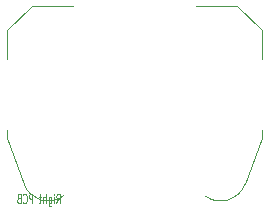
<source format=gbo>
%TF.GenerationSoftware,KiCad,Pcbnew,8.0.3*%
%TF.CreationDate,2025-03-09T13:34:34-05:00*%
%TF.ProjectId,HearingAid_RightV3,48656172-696e-4674-9169-645f52696768,rev?*%
%TF.SameCoordinates,Original*%
%TF.FileFunction,Legend,Bot*%
%TF.FilePolarity,Positive*%
%FSLAX46Y46*%
G04 Gerber Fmt 4.6, Leading zero omitted, Abs format (unit mm)*
G04 Created by KiCad (PCBNEW 8.0.3) date 2025-03-09 13:34:34*
%MOMM*%
%LPD*%
G01*
G04 APERTURE LIST*
%ADD10C,0.080000*%
%ADD11C,0.120000*%
%ADD12R,1.270000X5.080000*%
%ADD13C,17.800000*%
G04 APERTURE END LIST*
D10*
X109302176Y-79647844D02*
X109468842Y-79266891D01*
X109587890Y-79647844D02*
X109587890Y-78847844D01*
X109587890Y-78847844D02*
X109397414Y-78847844D01*
X109397414Y-78847844D02*
X109349795Y-78885939D01*
X109349795Y-78885939D02*
X109325985Y-78924034D01*
X109325985Y-78924034D02*
X109302176Y-79000225D01*
X109302176Y-79000225D02*
X109302176Y-79114510D01*
X109302176Y-79114510D02*
X109325985Y-79190701D01*
X109325985Y-79190701D02*
X109349795Y-79228796D01*
X109349795Y-79228796D02*
X109397414Y-79266891D01*
X109397414Y-79266891D02*
X109587890Y-79266891D01*
X109087890Y-79647844D02*
X109087890Y-79114510D01*
X109087890Y-78847844D02*
X109111699Y-78885939D01*
X109111699Y-78885939D02*
X109087890Y-78924034D01*
X109087890Y-78924034D02*
X109064080Y-78885939D01*
X109064080Y-78885939D02*
X109087890Y-78847844D01*
X109087890Y-78847844D02*
X109087890Y-78924034D01*
X108635509Y-79114510D02*
X108635509Y-79762129D01*
X108635509Y-79762129D02*
X108659319Y-79838320D01*
X108659319Y-79838320D02*
X108683128Y-79876415D01*
X108683128Y-79876415D02*
X108730747Y-79914510D01*
X108730747Y-79914510D02*
X108802176Y-79914510D01*
X108802176Y-79914510D02*
X108849795Y-79876415D01*
X108635509Y-79609749D02*
X108683128Y-79647844D01*
X108683128Y-79647844D02*
X108778366Y-79647844D01*
X108778366Y-79647844D02*
X108825985Y-79609749D01*
X108825985Y-79609749D02*
X108849795Y-79571653D01*
X108849795Y-79571653D02*
X108873604Y-79495463D01*
X108873604Y-79495463D02*
X108873604Y-79266891D01*
X108873604Y-79266891D02*
X108849795Y-79190701D01*
X108849795Y-79190701D02*
X108825985Y-79152606D01*
X108825985Y-79152606D02*
X108778366Y-79114510D01*
X108778366Y-79114510D02*
X108683128Y-79114510D01*
X108683128Y-79114510D02*
X108635509Y-79152606D01*
X108397414Y-79647844D02*
X108397414Y-78847844D01*
X108183128Y-79647844D02*
X108183128Y-79228796D01*
X108183128Y-79228796D02*
X108206938Y-79152606D01*
X108206938Y-79152606D02*
X108254557Y-79114510D01*
X108254557Y-79114510D02*
X108325985Y-79114510D01*
X108325985Y-79114510D02*
X108373604Y-79152606D01*
X108373604Y-79152606D02*
X108397414Y-79190701D01*
X108016461Y-79114510D02*
X107825985Y-79114510D01*
X107945033Y-78847844D02*
X107945033Y-79533558D01*
X107945033Y-79533558D02*
X107921223Y-79609749D01*
X107921223Y-79609749D02*
X107873604Y-79647844D01*
X107873604Y-79647844D02*
X107825985Y-79647844D01*
X107278367Y-79647844D02*
X107278367Y-78847844D01*
X107278367Y-78847844D02*
X107087891Y-78847844D01*
X107087891Y-78847844D02*
X107040272Y-78885939D01*
X107040272Y-78885939D02*
X107016462Y-78924034D01*
X107016462Y-78924034D02*
X106992653Y-79000225D01*
X106992653Y-79000225D02*
X106992653Y-79114510D01*
X106992653Y-79114510D02*
X107016462Y-79190701D01*
X107016462Y-79190701D02*
X107040272Y-79228796D01*
X107040272Y-79228796D02*
X107087891Y-79266891D01*
X107087891Y-79266891D02*
X107278367Y-79266891D01*
X106492653Y-79571653D02*
X106516462Y-79609749D01*
X106516462Y-79609749D02*
X106587891Y-79647844D01*
X106587891Y-79647844D02*
X106635510Y-79647844D01*
X106635510Y-79647844D02*
X106706938Y-79609749D01*
X106706938Y-79609749D02*
X106754557Y-79533558D01*
X106754557Y-79533558D02*
X106778367Y-79457368D01*
X106778367Y-79457368D02*
X106802176Y-79304987D01*
X106802176Y-79304987D02*
X106802176Y-79190701D01*
X106802176Y-79190701D02*
X106778367Y-79038320D01*
X106778367Y-79038320D02*
X106754557Y-78962129D01*
X106754557Y-78962129D02*
X106706938Y-78885939D01*
X106706938Y-78885939D02*
X106635510Y-78847844D01*
X106635510Y-78847844D02*
X106587891Y-78847844D01*
X106587891Y-78847844D02*
X106516462Y-78885939D01*
X106516462Y-78885939D02*
X106492653Y-78924034D01*
X106111700Y-79228796D02*
X106040272Y-79266891D01*
X106040272Y-79266891D02*
X106016462Y-79304987D01*
X106016462Y-79304987D02*
X105992653Y-79381177D01*
X105992653Y-79381177D02*
X105992653Y-79495463D01*
X105992653Y-79495463D02*
X106016462Y-79571653D01*
X106016462Y-79571653D02*
X106040272Y-79609749D01*
X106040272Y-79609749D02*
X106087891Y-79647844D01*
X106087891Y-79647844D02*
X106278367Y-79647844D01*
X106278367Y-79647844D02*
X106278367Y-78847844D01*
X106278367Y-78847844D02*
X106111700Y-78847844D01*
X106111700Y-78847844D02*
X106064081Y-78885939D01*
X106064081Y-78885939D02*
X106040272Y-78924034D01*
X106040272Y-78924034D02*
X106016462Y-79000225D01*
X106016462Y-79000225D02*
X106016462Y-79076415D01*
X106016462Y-79076415D02*
X106040272Y-79152606D01*
X106040272Y-79152606D02*
X106064081Y-79190701D01*
X106064081Y-79190701D02*
X106111700Y-79228796D01*
X106111700Y-79228796D02*
X106278367Y-79228796D01*
D11*
%TO.C,BT1*%
X105130000Y-65003630D02*
X107210000Y-62923630D01*
X105130000Y-67463630D02*
X105130000Y-65003630D01*
X105130000Y-74093630D02*
X105130000Y-73463630D01*
X106570000Y-78043630D02*
X105130000Y-74093630D01*
X110710000Y-62923630D02*
X107210000Y-62923630D01*
X124610000Y-62923630D02*
X121110000Y-62923630D01*
X125250000Y-78043630D02*
X126690000Y-74093630D01*
X126690000Y-65003630D02*
X124610000Y-62923630D01*
X126690000Y-67463630D02*
X126690000Y-65003630D01*
X126690000Y-74093630D02*
X126690000Y-73463630D01*
X109910000Y-79013630D02*
G75*
G02*
X106584757Y-78051799I-1310000J1700000D01*
G01*
X125250000Y-78043630D02*
G75*
G02*
X121913354Y-79030160I-2030000J730001D01*
G01*
%TD*%
%LPC*%
D12*
%TO.C,BT1*%
X126895000Y-70463630D03*
X104925000Y-70463630D03*
D13*
X115910000Y-70463630D03*
%TD*%
%LPD*%
M02*

</source>
